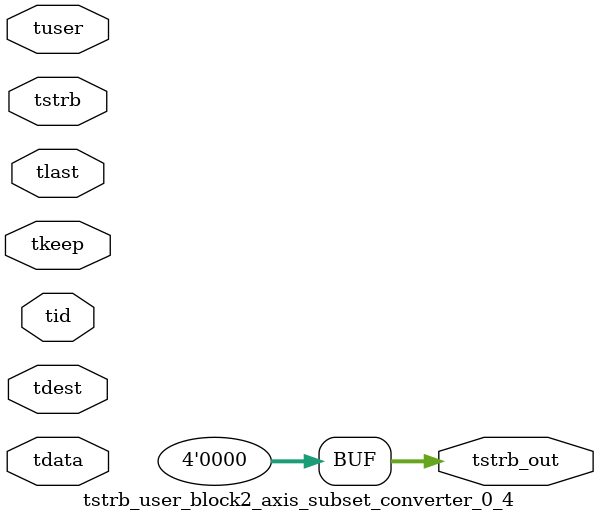
<source format=v>


`timescale 1ps/1ps

module tstrb_user_block2_axis_subset_converter_0_4 #
(
parameter C_S_AXIS_TDATA_WIDTH = 32,
parameter C_S_AXIS_TUSER_WIDTH = 0,
parameter C_S_AXIS_TID_WIDTH   = 0,
parameter C_S_AXIS_TDEST_WIDTH = 0,
parameter C_M_AXIS_TDATA_WIDTH = 32
)
(
input  [(C_S_AXIS_TDATA_WIDTH == 0 ? 1 : C_S_AXIS_TDATA_WIDTH)-1:0     ] tdata,
input  [(C_S_AXIS_TUSER_WIDTH == 0 ? 1 : C_S_AXIS_TUSER_WIDTH)-1:0     ] tuser,
input  [(C_S_AXIS_TID_WIDTH   == 0 ? 1 : C_S_AXIS_TID_WIDTH)-1:0       ] tid,
input  [(C_S_AXIS_TDEST_WIDTH == 0 ? 1 : C_S_AXIS_TDEST_WIDTH)-1:0     ] tdest,
input  [(C_S_AXIS_TDATA_WIDTH/8)-1:0 ] tkeep,
input  [(C_S_AXIS_TDATA_WIDTH/8)-1:0 ] tstrb,
input                                                                    tlast,
output [(C_M_AXIS_TDATA_WIDTH/8)-1:0 ] tstrb_out
);

assign tstrb_out = {1'b0};

endmodule


</source>
